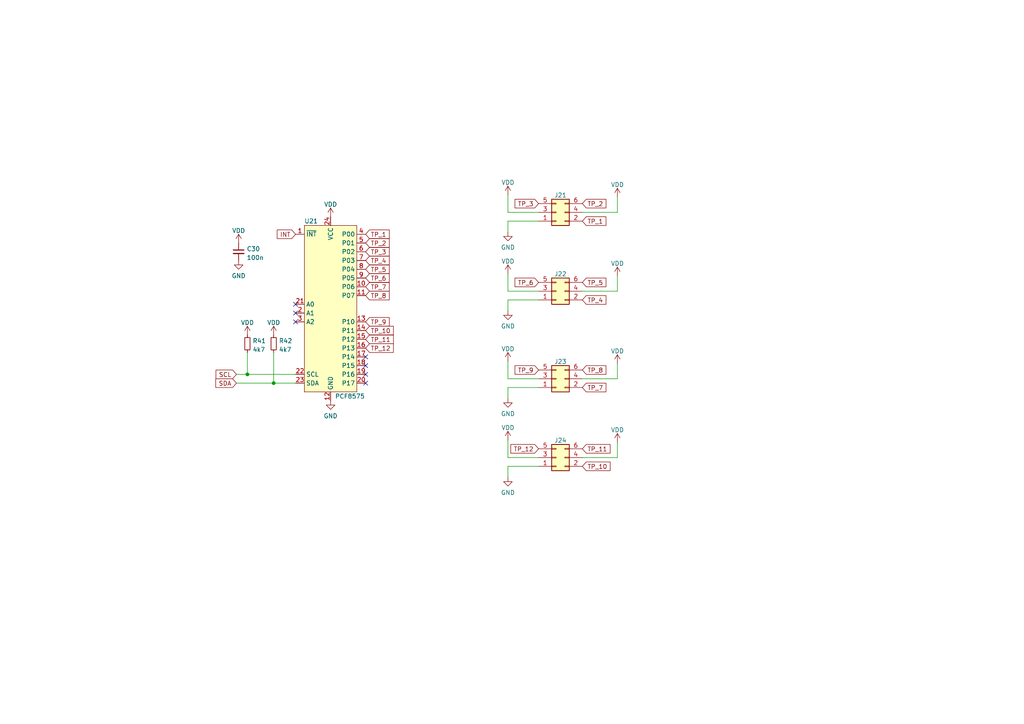
<source format=kicad_sch>
(kicad_sch (version 20211123) (generator eeschema)
  (paper "A4")
  (lib_symbols
    (symbol "CNLJS-symbols:PCF8575"
      (property "Reference" "U" (at -7.62 27.94 0))
      (property "Value" "PCF8575" (at 7.62 -25.4 0))
      (symbol "PCF8575_0_0"
        (pin input line (at 10.16 7.62 180) (length 2.54) (name "P06") (number "10"))
        (pin input line (at 10.16 5.08 180) (length 2.54) (name "P07") (number "11"))
        (pin input line (at 10.16 -2.54 180) (length 2.54) (name "P10") (number "13"))
        (pin input line (at 10.16 -5.08 180) (length 2.54) (name "P11") (number "14"))
        (pin input line (at 10.16 -10.16 180) (length 2.54) (name "P13") (number "16"))
        (pin input line (at 10.16 -12.7 180) (length 2.54) (name "P14") (number "17"))
        (pin input line (at 10.16 -15.24 180) (length 2.54) (name "P15") (number "18"))
        (pin input line (at 10.16 -17.78 180) (length 2.54) (name "P16") (number "19"))
        (pin input line (at 10.16 -20.32 180) (length 2.54) (name "P17") (number "20"))
        (pin input line (at 10.16 20.32 180) (length 2.54) (name "P01") (number "5"))
        (pin input line (at 10.16 17.78 180) (length 2.54) (name "P02") (number "6"))
        (pin input line (at 10.16 15.24 180) (length 2.54) (name "P03") (number "7"))
        (pin input line (at 10.16 10.16 180) (length 2.54) (name "P05") (number "9"))
      )
      (symbol "PCF8575_0_1"
        (rectangle (start -7.62 25.4) (end 7.62 -22.86) (fill (type background)))
      )
      (symbol "PCF8575_1_1"
        (pin input line (at -10.16 22.86 0) (length 2.54) (name "~{INT}") (number "1"))
        (pin input line (at 0 -25.4 90) (length 2.54) (name "GND") (number "12"))
        (pin input line (at 10.16 -7.62 180) (length 2.54) (name "P12") (number "15"))
        (pin input line (at -10.16 0 0) (length 2.54) (name "A1") (number "2"))
        (pin input line (at -10.16 2.54 0) (length 2.54) (name "A0") (number "21"))
        (pin input line (at -10.16 -17.78 0) (length 2.54) (name "SCL") (number "22"))
        (pin input line (at -10.16 -20.32 0) (length 2.54) (name "SDA") (number "23"))
        (pin input line (at 0 27.94 270) (length 2.54) (name "VCC") (number "24"))
        (pin input line (at -10.16 -2.54 0) (length 2.54) (name "A2") (number "3"))
        (pin input line (at 10.16 22.86 180) (length 2.54) (name "P00") (number "4"))
        (pin input line (at 10.16 12.7 180) (length 2.54) (name "P04") (number "8"))
      )
    )
    (symbol "Connector_Generic:Conn_02x03_Odd_Even" (pin_names (offset 1.016) hide)
      (property "Reference" "J" (at 1.27 5.08 0))
      (property "Value" "Conn_02x03_Odd_Even" (at 1.27 -5.08 0))
      (symbol "Conn_02x03_Odd_Even_1_1"
        (rectangle (start -1.27 -2.413) (end 0 -2.667) (stroke (width 0.1524)))
        (rectangle (start -1.27 0.127) (end 0 -0.127) (stroke (width 0.1524)))
        (rectangle (start -1.27 2.667) (end 0 2.413) (stroke (width 0.1524)))
        (rectangle (start -1.27 3.81) (end 3.81 -3.81) (stroke (width 0.254)) (fill (type background)))
        (rectangle (start 3.81 -2.413) (end 2.54 -2.667) (stroke (width 0.1524)))
        (rectangle (start 3.81 0.127) (end 2.54 -0.127) (stroke (width 0.1524)))
        (rectangle (start 3.81 2.667) (end 2.54 2.413) (stroke (width 0.1524)))
        (pin passive line (at -5.08 2.54 0) (length 3.81) (name "Pin_1") (number "1"))
        (pin passive line (at 7.62 2.54 180) (length 3.81) (name "Pin_2") (number "2"))
        (pin passive line (at -5.08 0 0) (length 3.81) (name "Pin_3") (number "3"))
        (pin passive line (at 7.62 0 180) (length 3.81) (name "Pin_4") (number "4"))
        (pin passive line (at -5.08 -2.54 0) (length 3.81) (name "Pin_5") (number "5"))
        (pin passive line (at 7.62 -2.54 180) (length 3.81) (name "Pin_6") (number "6"))
      )
    )
    (symbol "Device:C_Small" (pin_numbers hide) (pin_names (offset 0.254) hide)
      (property "Reference" "C" (at 0.254 1.778 0))
      (property "Value" "C_Small" (at 0.254 -2.032 0))
      (symbol "C_Small_0_1"
        (polyline (pts (xy -1.524 -0.508) (xy 1.524 -0.508)) (stroke (width 0.3302)))
        (polyline (pts (xy -1.524 0.508) (xy 1.524 0.508)) (stroke (width 0.3048)))
      )
      (symbol "C_Small_1_1"
        (pin passive line (at 0 2.54 270) (length 2.032) (name "~") (number "1"))
        (pin passive line (at 0 -2.54 90) (length 2.032) (name "~") (number "2"))
      )
    )
    (symbol "Device:R_Small" (pin_numbers hide) (pin_names (offset 0.254) hide)
      (property "Reference" "R" (at 0.762 0.508 0))
      (property "Value" "R_Small" (at 0.762 -1.016 0))
      (symbol "R_Small_0_1"
        (rectangle (start -0.762 1.778) (end 0.762 -1.778) (stroke (width 0.2032)))
      )
      (symbol "R_Small_1_1"
        (pin passive line (at 0 2.54 270) (length 0.762) (name "~") (number "1"))
        (pin passive line (at 0 -2.54 90) (length 0.762) (name "~") (number "2"))
      )
    )
    (symbol "power:GND" (power) (pin_names (offset 0))
      (property "Value" "GND" (at 0 -3.81 0))
      (symbol "GND_0_1"
        (polyline (pts (xy 0 0) (xy 0 -1.27) (xy 1.27 -1.27) (xy 0 -2.54) (xy -1.27 -1.27) (xy 0 -1.27)))
      )
      (symbol "GND_1_1"
        (pin power_in line (at 0 0 270) (length 0) hide (name "GND") (number "1"))
      )
    )
    (symbol "power:VDD" (power) (pin_names (offset 0))
      (property "Value" "VDD" (at 0 3.81 0))
      (symbol "VDD_0_1"
        (polyline (pts (xy -0.762 1.27) (xy 0 2.54)))
        (polyline (pts (xy 0 0) (xy 0 2.54)))
        (polyline (pts (xy 0 2.54) (xy 0.762 1.27)))
      )
      (symbol "VDD_1_1"
        (pin power_in line (at 0 0 90) (length 0) hide (name "VDD") (number "1"))
      )
    )
  )
  (junction (at 71.755 108.585))
  (junction (at 79.375 111.125))
  (no_connect (at 106.045 103.505))
  (no_connect (at 106.045 106.045))
  (no_connect (at 106.045 108.585))
  (no_connect (at 106.045 111.125))
  (no_connect (at 85.725 93.345))
  (no_connect (at 85.725 90.805))
  (no_connect (at 85.725 88.265))
  (wire (pts (xy 147.32 86.995) (xy 147.32 90.17)))
  (wire (pts (xy 156.21 112.395) (xy 147.32 112.395)))
  (wire (pts (xy 147.32 135.255) (xy 147.32 138.43)))
  (wire (pts (xy 79.375 102.235) (xy 79.375 111.125)))
  (wire (pts (xy 147.32 132.715) (xy 147.32 127.635)))
  (wire (pts (xy 68.58 111.125) (xy 79.375 111.125)))
  (wire (pts (xy 79.375 111.125) (xy 85.725 111.125)))
  (wire (pts (xy 179.07 105.41) (xy 179.07 109.855)))
  (wire (pts (xy 156.21 132.715) (xy 147.32 132.715)))
  (wire (pts (xy 71.755 108.585) (xy 85.725 108.585)))
  (wire (pts (xy 179.07 80.01) (xy 179.07 84.455)))
  (wire (pts (xy 179.07 84.455) (xy 168.91 84.455)))
  (wire (pts (xy 147.32 61.595) (xy 147.32 56.515)))
  (wire (pts (xy 156.21 86.995) (xy 147.32 86.995)))
  (wire (pts (xy 147.32 64.135) (xy 147.32 67.31)))
  (wire (pts (xy 156.21 61.595) (xy 147.32 61.595)))
  (wire (pts (xy 179.07 61.595) (xy 168.91 61.595)))
  (wire (pts (xy 68.58 108.585) (xy 71.755 108.585)))
  (wire (pts (xy 179.07 57.15) (xy 179.07 61.595)))
  (wire (pts (xy 147.32 84.455) (xy 147.32 79.375)))
  (wire (pts (xy 179.07 109.855) (xy 168.91 109.855)))
  (wire (pts (xy 156.21 109.855) (xy 147.32 109.855)))
  (wire (pts (xy 156.21 64.135) (xy 147.32 64.135)))
  (wire (pts (xy 179.07 132.715) (xy 168.91 132.715)))
  (wire (pts (xy 147.32 109.855) (xy 147.32 104.775)))
  (wire (pts (xy 71.755 102.235) (xy 71.755 108.585)))
  (wire (pts (xy 179.07 128.27) (xy 179.07 132.715)))
  (wire (pts (xy 156.21 135.255) (xy 147.32 135.255)))
  (wire (pts (xy 156.21 84.455) (xy 147.32 84.455)))
  (wire (pts (xy 147.32 112.395) (xy 147.32 115.57)))
  (global_label "TP_12" (shape input) (at 106.045 100.965 0) (property "Intersheet References" "${INTERSHEET_REFS}" (effects hide)))
  (global_label "TP_4" (shape input) (at 106.045 75.565 0) (property "Intersheet References" "${INTERSHEET_REFS}" (effects hide)))
  (global_label "TP_9" (shape input) (at 106.045 93.345 0) (property "Intersheet References" "${INTERSHEET_REFS}" (effects hide)))
  (global_label "TP_3" (shape input) (at 156.21 59.055 180) (property "Intersheet References" "${INTERSHEET_REFS}" (effects hide)))
  (global_label "TP_11" (shape input) (at 106.045 98.425 0) (property "Intersheet References" "${INTERSHEET_REFS}" (effects hide)))
  (global_label "TP_7" (shape input) (at 168.91 112.395 0) (property "Intersheet References" "${INTERSHEET_REFS}" (effects hide)))
  (global_label "TP_9" (shape input) (at 156.21 107.315 180) (property "Intersheet References" "${INTERSHEET_REFS}" (effects hide)))
  (global_label "TP_12" (shape input) (at 156.21 130.175 180) (property "Intersheet References" "${INTERSHEET_REFS}" (effects hide)))
  (global_label "TP_8" (shape input) (at 168.91 107.315 0) (property "Intersheet References" "${INTERSHEET_REFS}" (effects hide)))
  (global_label "TP_1" (shape input) (at 168.91 64.135 0) (property "Intersheet References" "${INTERSHEET_REFS}" (effects hide)))
  (global_label "TP_2" (shape input) (at 168.91 59.055 0) (property "Intersheet References" "${INTERSHEET_REFS}" (effects hide)))
  (global_label "TP_6" (shape input) (at 156.21 81.915 180) (property "Intersheet References" "${INTERSHEET_REFS}" (effects hide)))
  (global_label "TP_5" (shape input) (at 106.045 78.105 0) (property "Intersheet References" "${INTERSHEET_REFS}" (effects hide)))
  (global_label "TP_6" (shape input) (at 106.045 80.645 0) (property "Intersheet References" "${INTERSHEET_REFS}" (effects hide)))
  (global_label "TP_7" (shape input) (at 106.045 83.185 0) (property "Intersheet References" "${INTERSHEET_REFS}" (effects hide)))
  (global_label "TP_1" (shape input) (at 106.045 67.945 0) (property "Intersheet References" "${INTERSHEET_REFS}" (effects hide)))
  (global_label "SCL" (shape input) (at 68.58 108.585 180) (property "Intersheet References" "${INTERSHEET_REFS}" (effects hide)))
  (global_label "INT" (shape input) (at 85.725 67.945 180) (property "Intersheet References" "${INTERSHEET_REFS}" (effects hide)))
  (global_label "TP_3" (shape input) (at 106.045 73.025 0) (property "Intersheet References" "${INTERSHEET_REFS}" (effects hide)))
  (global_label "TP_2" (shape input) (at 106.045 70.485 0) (property "Intersheet References" "${INTERSHEET_REFS}" (effects hide)))
  (global_label "TP_10" (shape input) (at 168.91 135.255 0) (property "Intersheet References" "${INTERSHEET_REFS}" (effects hide)))
  (global_label "TP_11" (shape input) (at 168.91 130.175 0) (property "Intersheet References" "${INTERSHEET_REFS}" (effects hide)))
  (global_label "TP_10" (shape input) (at 106.045 95.885 0) (property "Intersheet References" "${INTERSHEET_REFS}" (effects hide)))
  (global_label "TP_4" (shape input) (at 168.91 86.995 0) (property "Intersheet References" "${INTERSHEET_REFS}" (effects hide)))
  (global_label "TP_5" (shape input) (at 168.91 81.915 0) (property "Intersheet References" "${INTERSHEET_REFS}" (effects hide)))
  (global_label "SDA" (shape input) (at 68.58 111.125 180) (property "Intersheet References" "${INTERSHEET_REFS}" (effects hide)))
  (global_label "TP_8" (shape input) (at 106.045 85.725 0) (property "Intersheet References" "${INTERSHEET_REFS}" (effects hide)))
  (symbol (lib_id "power:GND") (at 147.32 67.31 0) (unit 1)
    (property "Reference" "#PWR0274" (effects hide))
    (property "Value" "GND" (at 147.32 71.7534 0))
  )
  (symbol (lib_id "Connector_Generic:Conn_02x03_Odd_Even") (at 161.29 61.595 0) (mirror x) (unit 1)
    (property "Reference" "J21" (at 162.56 56.6222 0))
    (property "Value" "Conn_02x03_Odd_Even" (effects hide))
    (property "Footprint" "Connector_PinSocket_1.27mm:PinSocket_2x03_P1.27mm_Vertical" (effects hide))
  )
  (symbol (lib_id "power:GND") (at 147.32 138.43 0) (unit 1)
    (property "Reference" "#PWR0288" (effects hide))
    (property "Value" "GND" (at 147.32 142.8734 0))
  )
  (symbol (lib_id "Device:C_Small") (at 69.215 73.025 0) (unit 1)
    (property "Reference" "C30" (at 71.5391 72.1966 0) (effects (justify left)))
    (property "Value" "100n" (at 71.5391 74.7335 0) (effects (justify left)))
    (property "Footprint" "Capacitor_SMD:C_0805_2012Metric" (effects hide))
  )
  (symbol (lib_id "power:VDD") (at 69.215 70.485 0) (unit 1)
    (property "Reference" "#PWR0275" (effects hide))
    (property "Value" "VDD" (at 69.215 66.9092 0))
  )
  (symbol (lib_id "power:GND") (at 147.32 115.57 0) (unit 1)
    (property "Reference" "#PWR0284" (effects hide))
    (property "Value" "GND" (at 147.32 120.0134 0))
  )
  (symbol (lib_id "power:VDD") (at 79.375 97.155 0) (unit 1)
    (property "Reference" "#PWR0281" (effects hide))
    (property "Value" "VDD" (at 79.375 93.5792 0))
  )
  (symbol (lib_id "power:VDD") (at 179.07 57.15 0) (unit 1)
    (property "Reference" "#PWR0272" (effects hide))
    (property "Value" "VDD" (at 179.07 53.5742 0))
  )
  (symbol (lib_id "power:VDD") (at 147.32 104.775 0) (unit 1)
    (property "Reference" "#PWR0282" (effects hide))
    (property "Value" "VDD" (at 147.32 101.1992 0))
  )
  (symbol (lib_id "power:GND") (at 147.32 90.17 0) (unit 1)
    (property "Reference" "#PWR0279" (effects hide))
    (property "Value" "GND" (at 147.32 94.6134 0))
  )
  (symbol (lib_id "CNLJS-symbols:PCF8575") (at 95.885 90.805 0) (unit 1)
    (property "Reference" "U21" (at 88.265 64.135 0) (effects (justify left)))
    (property "Value" "PCF8575" (at 97.155 114.935 0) (effects (justify left)))
    (property "Footprint" "Package_SO:SOIC-24W_7.5x15.4mm_P1.27mm" (effects hide))
  )
  (symbol (lib_id "power:VDD") (at 179.07 105.41 0) (unit 1)
    (property "Reference" "#PWR0283" (effects hide))
    (property "Value" "VDD" (at 179.07 101.8342 0))
  )
  (symbol (lib_id "power:VDD") (at 95.885 62.865 0) (unit 1)
    (property "Reference" "#PWR0273" (effects hide))
    (property "Value" "VDD" (at 95.885 59.2892 0))
  )
  (symbol (lib_id "Connector_Generic:Conn_02x03_Odd_Even") (at 161.29 109.855 0) (mirror x) (unit 1)
    (property "Reference" "J23" (at 162.56 104.8822 0))
    (property "Value" "Conn_02x03_Odd_Even" (effects hide))
    (property "Footprint" "Connector_PinSocket_1.27mm:PinSocket_2x03_P1.27mm_Vertical" (effects hide))
  )
  (symbol (lib_id "power:VDD") (at 71.755 97.155 0) (unit 1)
    (property "Reference" "#PWR0280" (effects hide))
    (property "Value" "VDD" (at 71.755 93.5792 0))
  )
  (symbol (lib_id "power:GND") (at 69.215 75.565 0) (unit 1)
    (property "Reference" "#PWR0276" (effects hide))
    (property "Value" "GND" (at 69.215 80.0084 0))
  )
  (symbol (lib_id "power:VDD") (at 147.32 79.375 0) (unit 1)
    (property "Reference" "#PWR0277" (effects hide))
    (property "Value" "VDD" (at 147.32 75.7992 0))
  )
  (symbol (lib_id "power:VDD") (at 147.32 127.635 0) (unit 1)
    (property "Reference" "#PWR0286" (effects hide))
    (property "Value" "VDD" (at 147.32 124.0592 0))
  )
  (symbol (lib_id "power:VDD") (at 179.07 80.01 0) (unit 1)
    (property "Reference" "#PWR0278" (effects hide))
    (property "Value" "VDD" (at 179.07 76.4342 0))
  )
  (symbol (lib_id "power:VDD") (at 147.32 56.515 0) (unit 1)
    (property "Reference" "#PWR0271" (effects hide))
    (property "Value" "VDD" (at 147.32 52.9392 0))
  )
  (symbol (lib_id "Connector_Generic:Conn_02x03_Odd_Even") (at 161.29 84.455 0) (mirror x) (unit 1)
    (property "Reference" "J22" (at 162.56 79.4822 0))
    (property "Value" "Conn_02x03_Odd_Even" (effects hide))
    (property "Footprint" "Connector_PinSocket_1.27mm:PinSocket_2x03_P1.27mm_Vertical" (effects hide))
  )
  (symbol (lib_id "power:GND") (at 95.885 116.205 0) (unit 1)
    (property "Reference" "#PWR0285" (effects hide))
    (property "Value" "GND" (at 95.885 120.6484 0))
  )
  (symbol (lib_id "Device:R_Small") (at 79.375 99.695 0) (unit 1)
    (property "Reference" "R42" (at 80.8736 98.8603 0) (effects (justify left)))
    (property "Value" "4k7" (at 80.8736 101.3972 0) (effects (justify left)))
    (property "Footprint" "Resistor_SMD:R_0805_2012Metric" (effects hide))
  )
  (symbol (lib_id "Connector_Generic:Conn_02x03_Odd_Even") (at 161.29 132.715 0) (mirror x) (unit 1)
    (property "Reference" "J24" (at 162.56 127.7422 0))
    (property "Value" "Conn_02x03_Odd_Even" (effects hide))
    (property "Footprint" "Connector_PinSocket_1.27mm:PinSocket_2x03_P1.27mm_Vertical" (effects hide))
  )
  (symbol (lib_id "Device:R_Small") (at 71.755 99.695 0) (unit 1)
    (property "Reference" "R41" (at 73.2536 98.8603 0) (effects (justify left)))
    (property "Value" "4k7" (at 73.2536 101.3972 0) (effects (justify left)))
    (property "Footprint" "Resistor_SMD:R_0805_2012Metric" (effects hide))
  )
  (symbol (lib_id "power:VDD") (at 179.07 128.27 0) (unit 1)
    (property "Reference" "#PWR0287" (effects hide))
    (property "Value" "VDD" (at 179.07 124.6942 0))
  )
)
</source>
